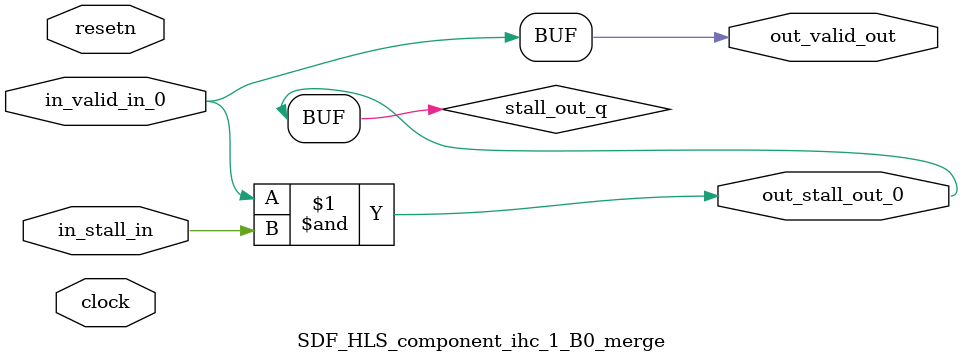
<source format=sv>



(* altera_attribute = "-name AUTO_SHIFT_REGISTER_RECOGNITION OFF; -name MESSAGE_DISABLE 10036; -name MESSAGE_DISABLE 10037; -name MESSAGE_DISABLE 14130; -name MESSAGE_DISABLE 14320; -name MESSAGE_DISABLE 15400; -name MESSAGE_DISABLE 14130; -name MESSAGE_DISABLE 10036; -name MESSAGE_DISABLE 12020; -name MESSAGE_DISABLE 12030; -name MESSAGE_DISABLE 12010; -name MESSAGE_DISABLE 12110; -name MESSAGE_DISABLE 14320; -name MESSAGE_DISABLE 13410; -name MESSAGE_DISABLE 113007; -name MESSAGE_DISABLE 10958" *)
module SDF_HLS_component_ihc_1_B0_merge (
    input wire [0:0] in_stall_in,
    input wire [0:0] in_valid_in_0,
    output wire [0:0] out_stall_out_0,
    output wire [0:0] out_valid_out,
    input wire clock,
    input wire resetn
    );

    wire [0:0] stall_out_q;


    // stall_out(LOGICAL,6)
    assign stall_out_q = in_valid_in_0 & in_stall_in;

    // out_stall_out_0(GPOUT,4)
    assign out_stall_out_0 = stall_out_q;

    // out_valid_out(GPOUT,5)
    assign out_valid_out = in_valid_in_0;

endmodule

</source>
